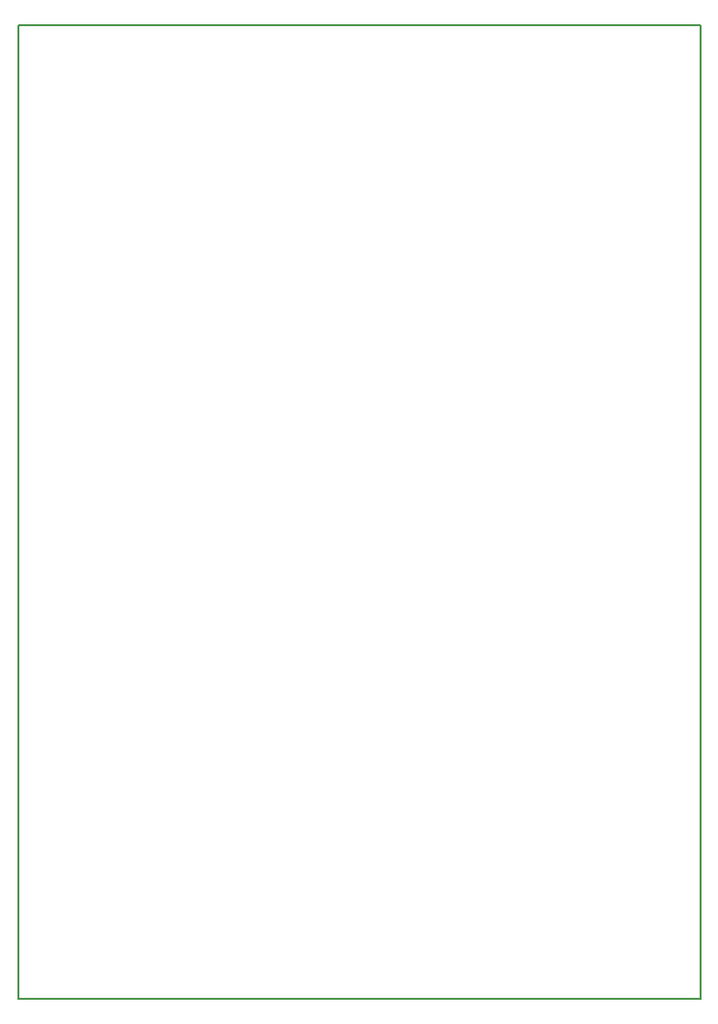
<source format=gm1>
G04 #@! TF.GenerationSoftware,KiCad,Pcbnew,5.0.0-fee4fd1~66~ubuntu16.04.1*
G04 #@! TF.CreationDate,2018-08-10T21:55:03+02:00*
G04 #@! TF.ProjectId,ESP-Cerry,4553502D43657272792E6B696361645F,rev?*
G04 #@! TF.SameCoordinates,Original*
G04 #@! TF.FileFunction,Profile,NP*
%FSLAX46Y46*%
G04 Gerber Fmt 4.6, Leading zero omitted, Abs format (unit mm)*
G04 Created by KiCad (PCBNEW 5.0.0-fee4fd1~66~ubuntu16.04.1) date Fri Aug 10 21:55:03 2018*
%MOMM*%
%LPD*%
G01*
G04 APERTURE LIST*
%ADD10C,0.150000*%
G04 APERTURE END LIST*
D10*
X191770000Y-106680000D02*
X132080000Y-106680000D01*
X191770000Y-21590000D02*
X191770000Y-106680000D01*
X132080000Y-21590000D02*
X191770000Y-21590000D01*
X132080000Y-106680000D02*
X132080000Y-21590000D01*
M02*

</source>
